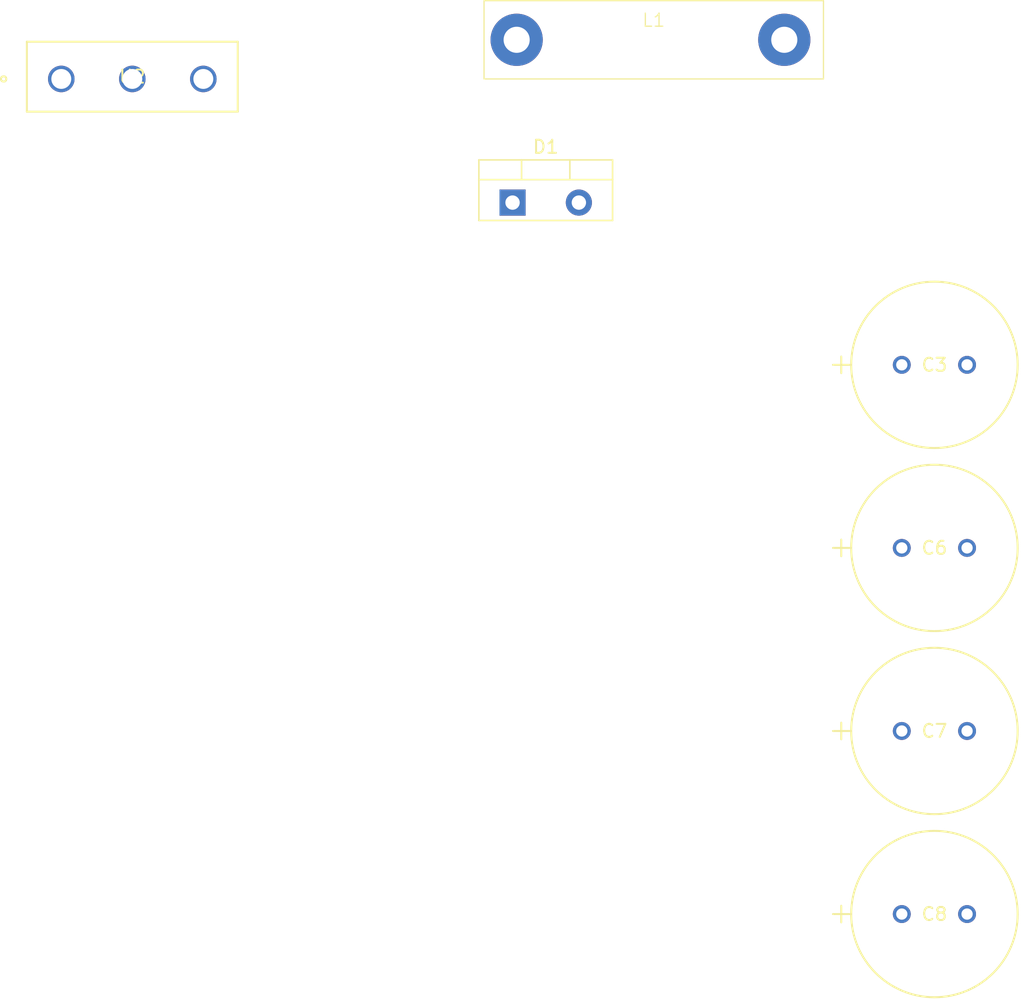
<source format=kicad_pcb>
(kicad_pcb (version 20241229) (generator "pcbnew") (generator_version "9.0")
  (layers (0 "F.Cu" signal) (2 "B.Cu" signal) (13 "F.Paste" user) (15 "B.Paste" user) (5 "F.SilkS" user "F.Silkscreen") (7 "B.SilkS" user "B.Silkscreen") (1 "F.Mask" user) (3 "B.Mask" user) (25 "Edge.Cuts" user))
  (net 0 "")
  (net 1 "/Power_Stage/BOOST_FET_DRAIN")
  (net 2 "/Power_Stage/BOOST_OUTPUT")
  (net 3 "+12V")
  (net 4 "BOOST_PWM")
  (net 5 "GND")
  (footprint "UVZ2A331MHD1TO:CAP_UEP_12P5X25_NCH" (layer "F.Cu") (at 126.5 98.9094)
    (property "Reference" "C3" (at 2.5 0 0) (layer "F.SilkS"))
    (property "Value" "UVZ2A331MHD1TO")
    (fp_line (start -5.2724 0) (end -4.0024 0) (stroke (width 0.1524)) (layer "F.SilkS"))
    (fp_line (start -4.6374 -0.635) (end -4.6374 0.635) (stroke (width 0.1524)) (layer "F.SilkS"))
    (fp_circle (center 2.5 0) (end 8.8754 0) (stroke (width 0.1524)) (fill no) (layer "F.SilkS"))
    (pad "1" thru_hole circle (at 0 0) (size 1.3716 1.3716) (drill 0.8636) (layers "*.Cu" "*.Mask") (net 2 "/Power_Stage/BOOST_OUTPUT"))
    (pad "2" thru_hole circle (at 5 0) (size 1.3716 1.3716) (drill 0.8636) (layers "*.Cu" "*.Mask") (net 5 "GND"))
  )
  (footprint "UVZ2A331MHD1TO:CAP_UEP_12P5X25_NCH" (layer "F.Cu") (at 126.5 141)
    (property "Reference" "C8" (at 2.5 0 0) (layer "F.SilkS"))
    (property "Value" "UVZ2A331MHD1TO")
    (fp_line (start -5.2724 0) (end -4.0024 0) (stroke (width 0.1524)) (layer "F.SilkS"))
    (fp_line (start -4.6374 -0.635) (end -4.6374 0.635) (stroke (width 0.1524)) (layer "F.SilkS"))
    (fp_circle (center 2.5 0) (end 8.8754 0) (stroke (width 0.1524)) (fill no) (layer "F.SilkS"))
    (pad "1" thru_hole circle (at 0 0) (size 1.3716 1.3716) (drill 0.8636) (layers "*.Cu" "*.Mask") (net 2 "/Power_Stage/BOOST_OUTPUT"))
    (pad "2" thru_hole circle (at 5 0) (size 1.3716 1.3716) (drill 0.8636) (layers "*.Cu" "*.Mask") (net 5 "GND"))
  )
  (footprint "iiks_footprints:200uHCustomL" (layer "F.Cu") (at 107.5 73)
    (property "Reference" "L1" (at 0 -0.5 0) (layer "F.SilkS") (effects (font (thickness 0.1))))
    (property "Value" "L")
    (fp_rect (start -13 -2) (end 13 4) (stroke (width 0.1)) (fill no) (layer "F.SilkS"))
    (pad "1" thru_hole circle (at -10.5 1) (size 4 4) (drill 2) (layers "*.Cu" "*.Mask") (net 3 "+12V"))
    (pad "2" thru_hole circle (at 10 1) (size 4 4) (drill 2) (layers "*.Cu" "*.Mask") (net 1 "/Power_Stage/BOOST_FET_DRAIN"))
  )
  (footprint "UVZ2A331MHD1TO:CAP_UEP_12P5X25_NCH" (layer "F.Cu") (at 126.5 126.9698)
    (property "Reference" "C7" (at 2.5 0 0) (layer "F.SilkS"))
    (property "Value" "UVZ2A331MHD1TO")
    (fp_line (start -5.2724 0) (end -4.0024 0) (stroke (width 0.1524)) (layer "F.SilkS"))
    (fp_line (start -4.6374 -0.635) (end -4.6374 0.635) (stroke (width 0.1524)) (layer "F.SilkS"))
    (fp_circle (center 2.5 0) (end 8.8754 0) (stroke (width 0.1524)) (fill no) (layer "F.SilkS"))
    (pad "1" thru_hole circle (at 0 0) (size 1.3716 1.3716) (drill 0.8636) (layers "*.Cu" "*.Mask") (net 2 "/Power_Stage/BOOST_OUTPUT"))
    (pad "2" thru_hole circle (at 5 0) (size 1.3716 1.3716) (drill 0.8636) (layers "*.Cu" "*.Mask") (net 5 "GND"))
  )
  (footprint "Package_TO_SOT_THT:TO-220-2_Vertical" (layer "F.Cu") (at 96.685 86.475)
    (property "Reference" "D1" (at 2.54 -4.27 0) (layer "F.SilkS"))
    (property "Value" "SDUR30Q65")
    (fp_line (start -2.58 -3.27) (end -2.58 1.371) (stroke (width 0.12)) (layer "F.SilkS"))
    (fp_line (start -2.58 -3.27) (end 7.66 -3.27) (stroke (width 0.12)) (layer "F.SilkS"))
    (fp_line (start -2.58 -1.76) (end 7.66 -1.76) (stroke (width 0.12)) (layer "F.SilkS"))
    (fp_line (start -2.58 1.371) (end 7.66 1.371) (stroke (width 0.12)) (layer "F.SilkS"))
    (fp_line (start 0.69 -3.27) (end 0.69 -1.76) (stroke (width 0.12)) (layer "F.SilkS"))
    (fp_line (start 4.391 -3.27) (end 4.391 -1.76) (stroke (width 0.12)) (layer "F.SilkS"))
    (fp_line (start 7.66 -3.27) (end 7.66 1.371) (stroke (width 0.12)) (layer "F.SilkS"))
    (pad "1" thru_hole rect (at 0 0) (size 2 2) (drill 1.1) (layers "*.Cu" "*.Mask") (net 2 "/Power_Stage/BOOST_OUTPUT"))
    (pad "2" thru_hole circle (at 5.08 0) (size 2 2) (drill 1.1) (layers "*.Cu" "*.Mask") (net 1 "/Power_Stage/BOOST_FET_DRAIN"))
  )
  (footprint "UVZ2A331MHD1TO:CAP_UEP_12P5X25_NCH" (layer "F.Cu") (at 126.5 112.9396)
    (property "Reference" "C6" (at 2.5 0 0) (layer "F.SilkS"))
    (property "Value" "UVZ2A331MHD1TO")
    (fp_line (start -5.2724 0) (end -4.0024 0) (stroke (width 0.1524)) (layer "F.SilkS"))
    (fp_line (start -4.6374 -0.635) (end -4.6374 0.635) (stroke (width 0.1524)) (layer "F.SilkS"))
    (fp_circle (center 2.5 0) (end 8.8754 0) (stroke (width 0.1524)) (fill no) (layer "F.SilkS"))
    (pad "1" thru_hole circle (at 0 0) (size 1.3716 1.3716) (drill 0.8636) (layers "*.Cu" "*.Mask") (net 2 "/Power_Stage/BOOST_OUTPUT"))
    (pad "2" thru_hole circle (at 5 0) (size 1.3716 1.3716) (drill 0.8636) (layers "*.Cu" "*.Mask") (net 5 "GND"))
  )
  (footprint "IRFP260N:PG-TO247-3-46_INF" (layer "F.Cu") (at 62.120001 77)
    (property "Reference" "U2" (at 5.439999 -0.1725 0) (layer "F.SilkS"))
    (property "Value" "IRFP260NPBF")
    (fp_line (start -2.637201 -2.8522) (end 13.517199 -2.8522) (stroke (width 0.1524)) (layer "F.SilkS"))
    (fp_line (start -2.637201 2.5072) (end -2.637201 -2.8522) (stroke (width 0.1524)) (layer "F.SilkS"))
    (fp_line (start 13.517199 -2.8522) (end 13.517199 2.5072) (stroke (width 0.1524)) (layer "F.SilkS"))
    (fp_line (start 13.517199 2.5072) (end -2.637201 2.5072) (stroke (width 0.1524)) (layer "F.SilkS"))
    (fp_circle (center -4.415201 0) (end -4.212001 0) (stroke (width 0.1524)) (fill no) (layer "F.SilkS"))
    (pad "1" thru_hole circle (at 0 0) (size 2.032 2.032) (drill 1.524) (layers "*.Cu" "*.Mask") (net 4 "BOOST_PWM"))
    (pad "2" thru_hole circle (at 5.439999 0) (size 2.032 2.032) (drill 1.524) (layers "*.Cu" "*.Mask") (net 1 "/Power_Stage/BOOST_FET_DRAIN"))
    (pad "3" thru_hole circle (at 10.879999 0) (size 2.032 2.032) (drill 1.524) (layers "*.Cu" "*.Mask") (net 5 "GND"))
  )
)
</source>
